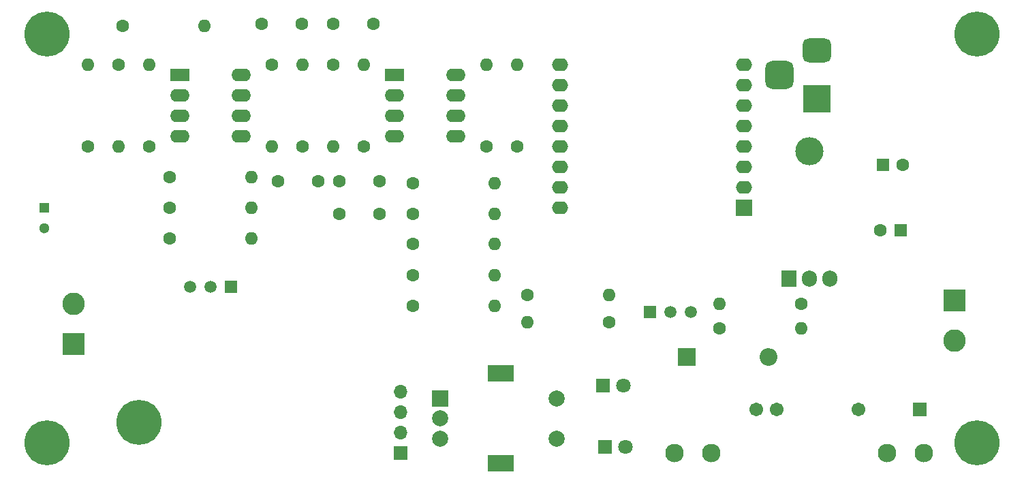
<source format=gbr>
%TF.GenerationSoftware,KiCad,Pcbnew,7.0.10*%
%TF.CreationDate,2024-03-07T19:54:14+07:00*%
%TF.ProjectId,solder-reflow,736f6c64-6572-42d7-9265-666c6f772e6b,rev?*%
%TF.SameCoordinates,Original*%
%TF.FileFunction,Soldermask,Top*%
%TF.FilePolarity,Negative*%
%FSLAX46Y46*%
G04 Gerber Fmt 4.6, Leading zero omitted, Abs format (unit mm)*
G04 Created by KiCad (PCBNEW 7.0.10) date 2024-03-07 19:54:14*
%MOMM*%
%LPD*%
G01*
G04 APERTURE LIST*
G04 Aperture macros list*
%AMRoundRect*
0 Rectangle with rounded corners*
0 $1 Rounding radius*
0 $2 $3 $4 $5 $6 $7 $8 $9 X,Y pos of 4 corners*
0 Add a 4 corners polygon primitive as box body*
4,1,4,$2,$3,$4,$5,$6,$7,$8,$9,$2,$3,0*
0 Add four circle primitives for the rounded corners*
1,1,$1+$1,$2,$3*
1,1,$1+$1,$4,$5*
1,1,$1+$1,$6,$7*
1,1,$1+$1,$8,$9*
0 Add four rect primitives between the rounded corners*
20,1,$1+$1,$2,$3,$4,$5,0*
20,1,$1+$1,$4,$5,$6,$7,0*
20,1,$1+$1,$6,$7,$8,$9,0*
20,1,$1+$1,$8,$9,$2,$3,0*%
G04 Aperture macros list end*
%ADD10C,1.600000*%
%ADD11O,1.600000X1.600000*%
%ADD12R,1.300000X1.300000*%
%ADD13C,1.300000*%
%ADD14C,5.600000*%
%ADD15R,2.400000X1.600000*%
%ADD16O,2.400000X1.600000*%
%ADD17R,1.800000X1.800000*%
%ADD18C,1.800000*%
%ADD19R,2.000000X2.000000*%
%ADD20O,2.000000X1.600000*%
%ADD21R,3.500000X3.500000*%
%ADD22RoundRect,0.750000X-1.000000X0.750000X-1.000000X-0.750000X1.000000X-0.750000X1.000000X0.750000X0*%
%ADD23RoundRect,0.875000X-0.875000X0.875000X-0.875000X-0.875000X0.875000X-0.875000X0.875000X0.875000X0*%
%ADD24C,2.300000*%
%ADD25R,1.500000X1.500000*%
%ADD26C,1.500000*%
%ADD27R,2.200000X2.200000*%
%ADD28O,2.200000X2.200000*%
%ADD29O,3.500000X3.500000*%
%ADD30R,1.905000X2.000000*%
%ADD31O,1.905000X2.000000*%
%ADD32C,2.000000*%
%ADD33R,3.200000X2.000000*%
%ADD34R,2.800000X2.800000*%
%ADD35C,2.800000*%
%ADD36R,1.600000X1.600000*%
%ADD37R,1.700000X1.700000*%
%ADD38O,1.700000X1.700000*%
%ADD39RoundRect,0.102000X0.754000X0.754000X-0.754000X0.754000X-0.754000X-0.754000X0.754000X-0.754000X0*%
%ADD40C,1.712000*%
G04 APERTURE END LIST*
D10*
%TO.C,R10*%
X110490000Y-71120000D03*
D11*
X120650000Y-71120000D03*
%TD*%
D10*
%TO.C,R21*%
X140716000Y-83312000D03*
D11*
X150876000Y-83312000D03*
%TD*%
D10*
%TO.C,R22*%
X165100000Y-89149329D03*
D11*
X154940000Y-89149329D03*
%TD*%
D10*
%TO.C,R2*%
X127015000Y-67300000D03*
D11*
X127015000Y-57140000D03*
%TD*%
D12*
%TO.C,TH1*%
X94940000Y-74945000D03*
D13*
X94940000Y-77485000D03*
%TD*%
D14*
%TO.C,H1*%
X95250000Y-53340000D03*
%TD*%
D15*
%TO.C,U3*%
X111775000Y-58410000D03*
D16*
X111775000Y-60950000D03*
X111775000Y-63490000D03*
X111775000Y-66030000D03*
X119395000Y-66030000D03*
X119395000Y-63490000D03*
X119395000Y-60950000D03*
X119395000Y-58410000D03*
%TD*%
D10*
%TO.C,R16*%
X140755639Y-71865713D03*
D11*
X150915639Y-71865713D03*
%TD*%
D10*
%TO.C,R18*%
X154940000Y-85746000D03*
D11*
X165100000Y-85746000D03*
%TD*%
D17*
%TO.C,D2*%
X164333000Y-97028000D03*
D18*
X166873000Y-97028000D03*
%TD*%
D10*
%TO.C,C4*%
X136612000Y-71628000D03*
X131612000Y-71628000D03*
%TD*%
D19*
%TO.C,U5*%
X181864000Y-74930000D03*
D20*
X181864000Y-72390000D03*
X181864000Y-69850000D03*
X181864000Y-67310000D03*
X181864000Y-64770000D03*
X181864000Y-62230000D03*
X181864000Y-59690000D03*
X181864000Y-57150000D03*
X159004000Y-57150000D03*
X159004000Y-59690000D03*
X159004000Y-62230000D03*
X159004000Y-64770000D03*
X159004000Y-67310000D03*
X159004000Y-69850000D03*
X159004000Y-72390000D03*
X159004000Y-74930000D03*
%TD*%
D21*
%TO.C,J4*%
X190949500Y-61372000D03*
D22*
X190949500Y-55372000D03*
D23*
X186249500Y-58372000D03*
%TD*%
D15*
%TO.C,U2*%
X138430000Y-58420000D03*
D16*
X138430000Y-60960000D03*
X138430000Y-63500000D03*
X138430000Y-66040000D03*
X146050000Y-66040000D03*
X146050000Y-63500000D03*
X146050000Y-60960000D03*
X146050000Y-58420000D03*
%TD*%
D10*
%TO.C,R9*%
X107965000Y-67300000D03*
D11*
X107965000Y-57140000D03*
%TD*%
D24*
%TO.C,F1*%
X173228000Y-105410000D03*
X177828000Y-105410000D03*
X199628000Y-105410000D03*
X204228000Y-105410000D03*
%TD*%
D10*
%TO.C,R8*%
X104155000Y-57140000D03*
D11*
X104155000Y-67300000D03*
%TD*%
D25*
%TO.C,U1*%
X118110000Y-84730000D03*
D26*
X115570000Y-84730000D03*
X113030000Y-84730000D03*
%TD*%
D10*
%TO.C,R14*%
X188976000Y-86868000D03*
D11*
X178816000Y-86868000D03*
%TD*%
D14*
%TO.C,H2*%
X210820000Y-53340000D03*
%TD*%
D10*
%TO.C,R15*%
X178816000Y-89916000D03*
D11*
X188976000Y-89916000D03*
%TD*%
D27*
%TO.C,D1*%
X174752000Y-93472000D03*
D28*
X184912000Y-93472000D03*
%TD*%
D10*
%TO.C,C3*%
X123992000Y-71628000D03*
X128992000Y-71628000D03*
%TD*%
D29*
%TO.C,U4*%
X189992000Y-67926000D03*
D30*
X187452000Y-83726000D03*
D31*
X189992000Y-83726000D03*
X192532000Y-83726000D03*
%TD*%
D10*
%TO.C,R12*%
X100330000Y-67310000D03*
D11*
X100330000Y-57150000D03*
%TD*%
D17*
%TO.C,D3*%
X164592000Y-104648000D03*
D18*
X167132000Y-104648000D03*
%TD*%
D10*
%TO.C,R20*%
X140755639Y-75675713D03*
D11*
X150915639Y-75675713D03*
%TD*%
D10*
%TO.C,R3*%
X153685000Y-67300000D03*
D11*
X153685000Y-57140000D03*
%TD*%
D25*
%TO.C,Q1*%
X170180000Y-87884000D03*
D26*
X172720000Y-87884000D03*
X175260000Y-87884000D03*
%TD*%
D19*
%TO.C,SW1*%
X144134000Y-98592000D03*
D32*
X144134000Y-103592000D03*
X144134000Y-101092000D03*
D33*
X151634000Y-95492000D03*
X151634000Y-106692000D03*
D32*
X158634000Y-103592000D03*
X158634000Y-98592000D03*
%TD*%
D34*
%TO.C,J1*%
X208046000Y-86440000D03*
D35*
X208046000Y-91440000D03*
%TD*%
D36*
%TO.C,C7*%
X201334380Y-77724000D03*
D10*
X198834380Y-77724000D03*
%TD*%
D34*
%TO.C,J3*%
X98552000Y-91868000D03*
D35*
X98552000Y-86868000D03*
%TD*%
D10*
%TO.C,R19*%
X140716000Y-87122000D03*
D11*
X150876000Y-87122000D03*
%TD*%
D10*
%TO.C,R6*%
X130825000Y-57140000D03*
D11*
X130825000Y-67300000D03*
%TD*%
D14*
%TO.C,H3*%
X210820000Y-104140000D03*
%TD*%
D10*
%TO.C,R5*%
X134635000Y-67300000D03*
D11*
X134635000Y-57140000D03*
%TD*%
D10*
%TO.C,R7*%
X110490000Y-74930000D03*
D11*
X120650000Y-74930000D03*
%TD*%
D10*
%TO.C,R17*%
X140716000Y-79415825D03*
D11*
X150876000Y-79415825D03*
%TD*%
D37*
%TO.C,J2*%
X139192000Y-105400000D03*
D38*
X139192000Y-102860000D03*
X139192000Y-100320000D03*
X139192000Y-97780000D03*
%TD*%
D10*
%TO.C,R4*%
X149875000Y-67300000D03*
D11*
X149875000Y-57140000D03*
%TD*%
D14*
%TO.C,H4*%
X95250000Y-104140000D03*
%TD*%
%TO.C,H5*%
X106680000Y-101600000D03*
%TD*%
D10*
%TO.C,R11*%
X110490000Y-78740000D03*
D11*
X120650000Y-78740000D03*
%TD*%
D10*
%TO.C,R1*%
X123205000Y-57140000D03*
D11*
X123205000Y-67300000D03*
%TD*%
D10*
%TO.C,C5*%
X136612000Y-75692000D03*
X131612000Y-75692000D03*
%TD*%
D36*
%TO.C,C6*%
X199136000Y-69596000D03*
D10*
X201636000Y-69596000D03*
%TD*%
%TO.C,C2*%
X130810000Y-52070000D03*
X135810000Y-52070000D03*
%TD*%
D39*
%TO.C,K1*%
X203708000Y-99952000D03*
D40*
X196088000Y-99952000D03*
X185928000Y-99952000D03*
X183388000Y-99952000D03*
%TD*%
D10*
%TO.C,C1*%
X121960000Y-52070000D03*
X126960000Y-52070000D03*
%TD*%
%TO.C,R13*%
X104648000Y-52324000D03*
D11*
X114808000Y-52324000D03*
%TD*%
M02*

</source>
